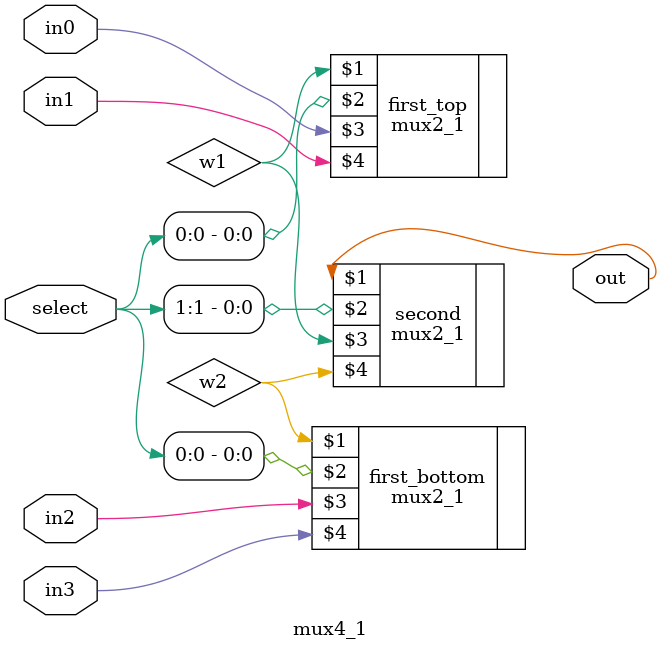
<source format=v>
module mux4_1(out, select, in0, in1, in2, in3);
    input [1:0] select;
    input in0, in1, in2, in3;
    output out;
    wire w1, w2;
    mux2_1 first_top(w1, select[0], in0, in1);
    mux2_1 first_bottom(w2, select[0], in2, in3);
    mux2_1 second(out, select[1], w1, w2);
endmodule
</source>
